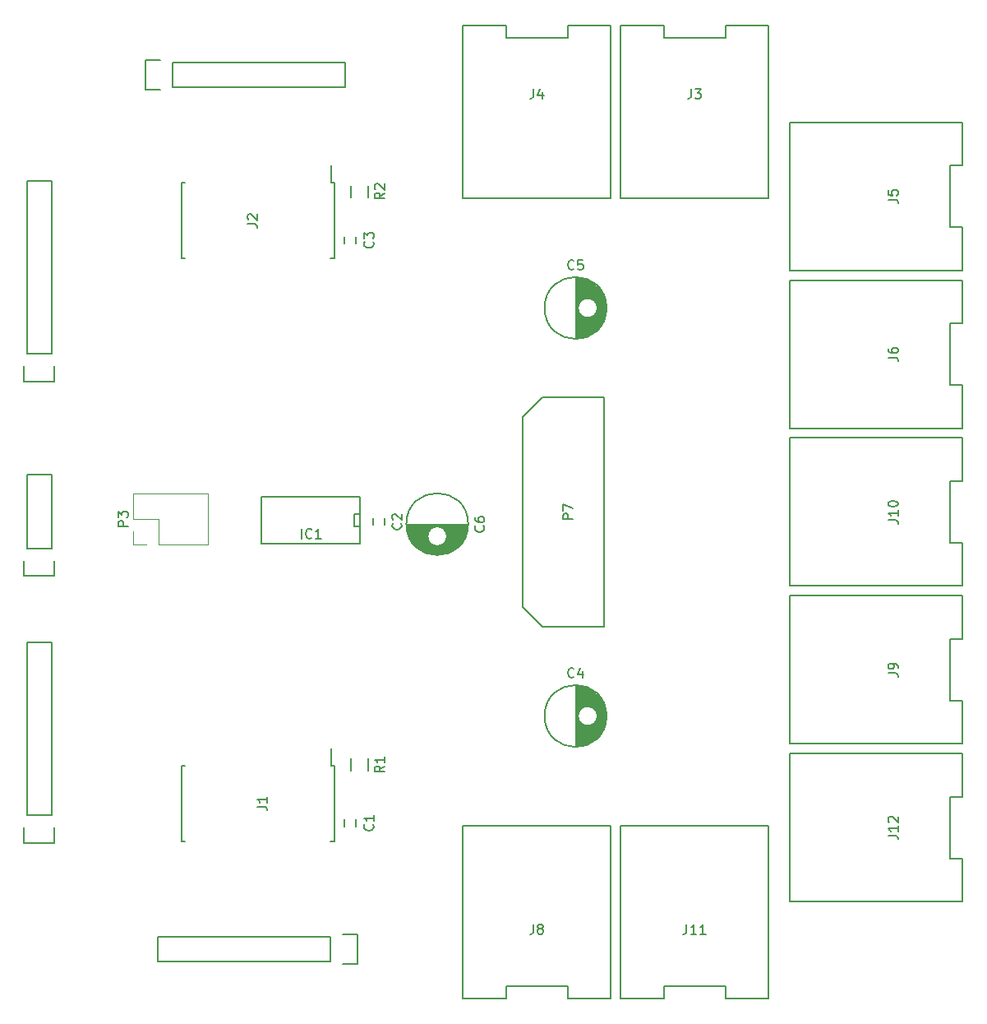
<source format=gto>
G04 #@! TF.FileFunction,Legend,Top*
%FSLAX46Y46*%
G04 Gerber Fmt 4.6, Leading zero omitted, Abs format (unit mm)*
G04 Created by KiCad (PCBNEW 4.0.7-e2-6376~58~ubuntu17.04.1) date Sun Oct 29 20:56:10 2017*
%MOMM*%
%LPD*%
G01*
G04 APERTURE LIST*
%ADD10C,0.100000*%
%ADD11C,0.150000*%
%ADD12C,0.120000*%
G04 APERTURE END LIST*
D10*
D11*
X56400000Y-102350000D02*
X56400000Y-101650000D01*
X57600000Y-101650000D02*
X57600000Y-102350000D01*
X60600000Y-70650000D02*
X60600000Y-71350000D01*
X59400000Y-71350000D02*
X59400000Y-70650000D01*
X56400000Y-42350000D02*
X56400000Y-41650000D01*
X57600000Y-41650000D02*
X57600000Y-42350000D01*
X47920000Y-73286000D02*
X47920000Y-68460000D01*
X47920000Y-68460000D02*
X58080000Y-68460000D01*
X58080000Y-68460000D02*
X58080000Y-73286000D01*
X58080000Y-73286000D02*
X47920000Y-73286000D01*
X58080000Y-71508000D02*
X57445000Y-71508000D01*
X57445000Y-71508000D02*
X57445000Y-70238000D01*
X57445000Y-70238000D02*
X58080000Y-70238000D01*
X55375000Y-96125000D02*
X55100000Y-96125000D01*
X55375000Y-103875000D02*
X55010000Y-103875000D01*
X39625000Y-103875000D02*
X39990000Y-103875000D01*
X39625000Y-96125000D02*
X39990000Y-96125000D01*
X55375000Y-96125000D02*
X55375000Y-103875000D01*
X39625000Y-96125000D02*
X39625000Y-103875000D01*
X55100000Y-96125000D02*
X55100000Y-94300000D01*
X55375000Y-36125000D02*
X55100000Y-36125000D01*
X55375000Y-43875000D02*
X55010000Y-43875000D01*
X39625000Y-43875000D02*
X39990000Y-43875000D01*
X39625000Y-36125000D02*
X39990000Y-36125000D01*
X55375000Y-36125000D02*
X55375000Y-43875000D01*
X39625000Y-36125000D02*
X39625000Y-43875000D01*
X55100000Y-36125000D02*
X55100000Y-34300000D01*
X26270000Y-101230000D02*
X26270000Y-83450000D01*
X26270000Y-83450000D02*
X23730000Y-83450000D01*
X23730000Y-83450000D02*
X23730000Y-101230000D01*
X26550000Y-104050000D02*
X26550000Y-102500000D01*
X26270000Y-101230000D02*
X23730000Y-101230000D01*
X23450000Y-102500000D02*
X23450000Y-104050000D01*
X23450000Y-104050000D02*
X26550000Y-104050000D01*
X54980000Y-113730000D02*
X37200000Y-113730000D01*
X37200000Y-113730000D02*
X37200000Y-116270000D01*
X37200000Y-116270000D02*
X54980000Y-116270000D01*
X57800000Y-113450000D02*
X56250000Y-113450000D01*
X54980000Y-113730000D02*
X54980000Y-116270000D01*
X56250000Y-116550000D02*
X57800000Y-116550000D01*
X57800000Y-116550000D02*
X57800000Y-113450000D01*
X38770000Y-26270000D02*
X56550000Y-26270000D01*
X56550000Y-26270000D02*
X56550000Y-23730000D01*
X56550000Y-23730000D02*
X38770000Y-23730000D01*
X35950000Y-26550000D02*
X37500000Y-26550000D01*
X38770000Y-26270000D02*
X38770000Y-23730000D01*
X37500000Y-23450000D02*
X35950000Y-23450000D01*
X35950000Y-23450000D02*
X35950000Y-26550000D01*
X23730000Y-73730000D02*
X23730000Y-66110000D01*
X26270000Y-73730000D02*
X26270000Y-66110000D01*
X26550000Y-76550000D02*
X26550000Y-75000000D01*
X23730000Y-66110000D02*
X26270000Y-66110000D01*
X26270000Y-73730000D02*
X23730000Y-73730000D01*
X23450000Y-75000000D02*
X23450000Y-76550000D01*
X23450000Y-76550000D02*
X26550000Y-76550000D01*
X26270000Y-53730000D02*
X26270000Y-35950000D01*
X26270000Y-35950000D02*
X23730000Y-35950000D01*
X23730000Y-35950000D02*
X23730000Y-53730000D01*
X26550000Y-56550000D02*
X26550000Y-55000000D01*
X26270000Y-53730000D02*
X23730000Y-53730000D01*
X23450000Y-55000000D02*
X23450000Y-56550000D01*
X23450000Y-56550000D02*
X26550000Y-56550000D01*
X57125000Y-96600000D02*
X57125000Y-95400000D01*
X58875000Y-95400000D02*
X58875000Y-96600000D01*
X57125000Y-37600000D02*
X57125000Y-36400000D01*
X58875000Y-36400000D02*
X58875000Y-37600000D01*
X80325000Y-87851000D02*
X80325000Y-94149000D01*
X80465000Y-87857000D02*
X80465000Y-94143000D01*
X80605000Y-87870000D02*
X80605000Y-90554000D01*
X80605000Y-91446000D02*
X80605000Y-94130000D01*
X80745000Y-87889000D02*
X80745000Y-90344000D01*
X80745000Y-91656000D02*
X80745000Y-94111000D01*
X80885000Y-87915000D02*
X80885000Y-90211000D01*
X80885000Y-91789000D02*
X80885000Y-94085000D01*
X81025000Y-87947000D02*
X81025000Y-90120000D01*
X81025000Y-91880000D02*
X81025000Y-94053000D01*
X81165000Y-87986000D02*
X81165000Y-90058000D01*
X81165000Y-91942000D02*
X81165000Y-94014000D01*
X81305000Y-88032000D02*
X81305000Y-90019000D01*
X81305000Y-91981000D02*
X81305000Y-93968000D01*
X81445000Y-88085000D02*
X81445000Y-90002000D01*
X81445000Y-91998000D02*
X81445000Y-93915000D01*
X81585000Y-88147000D02*
X81585000Y-90004000D01*
X81585000Y-91996000D02*
X81585000Y-93853000D01*
X81725000Y-88217000D02*
X81725000Y-90026000D01*
X81725000Y-91974000D02*
X81725000Y-93783000D01*
X81865000Y-88296000D02*
X81865000Y-90069000D01*
X81865000Y-91931000D02*
X81865000Y-93704000D01*
X82005000Y-88384000D02*
X82005000Y-90137000D01*
X82005000Y-91863000D02*
X82005000Y-93616000D01*
X82145000Y-88484000D02*
X82145000Y-90236000D01*
X82145000Y-91764000D02*
X82145000Y-93516000D01*
X82285000Y-88596000D02*
X82285000Y-90381000D01*
X82285000Y-91619000D02*
X82285000Y-93404000D01*
X82425000Y-88721000D02*
X82425000Y-90620000D01*
X82425000Y-91380000D02*
X82425000Y-93279000D01*
X82565000Y-88864000D02*
X82565000Y-93136000D01*
X82705000Y-89026000D02*
X82705000Y-92974000D01*
X82845000Y-89214000D02*
X82845000Y-92786000D01*
X82985000Y-89437000D02*
X82985000Y-92563000D01*
X83125000Y-89713000D02*
X83125000Y-92287000D01*
X83265000Y-90088000D02*
X83265000Y-91912000D01*
X82500000Y-91000000D02*
G75*
G03X82500000Y-91000000I-1000000J0D01*
G01*
X83437500Y-91000000D02*
G75*
G03X83437500Y-91000000I-3187500J0D01*
G01*
X80325000Y-45851000D02*
X80325000Y-52149000D01*
X80465000Y-45857000D02*
X80465000Y-52143000D01*
X80605000Y-45870000D02*
X80605000Y-48554000D01*
X80605000Y-49446000D02*
X80605000Y-52130000D01*
X80745000Y-45889000D02*
X80745000Y-48344000D01*
X80745000Y-49656000D02*
X80745000Y-52111000D01*
X80885000Y-45915000D02*
X80885000Y-48211000D01*
X80885000Y-49789000D02*
X80885000Y-52085000D01*
X81025000Y-45947000D02*
X81025000Y-48120000D01*
X81025000Y-49880000D02*
X81025000Y-52053000D01*
X81165000Y-45986000D02*
X81165000Y-48058000D01*
X81165000Y-49942000D02*
X81165000Y-52014000D01*
X81305000Y-46032000D02*
X81305000Y-48019000D01*
X81305000Y-49981000D02*
X81305000Y-51968000D01*
X81445000Y-46085000D02*
X81445000Y-48002000D01*
X81445000Y-49998000D02*
X81445000Y-51915000D01*
X81585000Y-46147000D02*
X81585000Y-48004000D01*
X81585000Y-49996000D02*
X81585000Y-51853000D01*
X81725000Y-46217000D02*
X81725000Y-48026000D01*
X81725000Y-49974000D02*
X81725000Y-51783000D01*
X81865000Y-46296000D02*
X81865000Y-48069000D01*
X81865000Y-49931000D02*
X81865000Y-51704000D01*
X82005000Y-46384000D02*
X82005000Y-48137000D01*
X82005000Y-49863000D02*
X82005000Y-51616000D01*
X82145000Y-46484000D02*
X82145000Y-48236000D01*
X82145000Y-49764000D02*
X82145000Y-51516000D01*
X82285000Y-46596000D02*
X82285000Y-48381000D01*
X82285000Y-49619000D02*
X82285000Y-51404000D01*
X82425000Y-46721000D02*
X82425000Y-48620000D01*
X82425000Y-49380000D02*
X82425000Y-51279000D01*
X82565000Y-46864000D02*
X82565000Y-51136000D01*
X82705000Y-47026000D02*
X82705000Y-50974000D01*
X82845000Y-47214000D02*
X82845000Y-50786000D01*
X82985000Y-47437000D02*
X82985000Y-50563000D01*
X83125000Y-47713000D02*
X83125000Y-50287000D01*
X83265000Y-48088000D02*
X83265000Y-49912000D01*
X82500000Y-49000000D02*
G75*
G03X82500000Y-49000000I-1000000J0D01*
G01*
X83437500Y-49000000D02*
G75*
G03X83437500Y-49000000I-3187500J0D01*
G01*
X83200000Y-81800000D02*
X83200000Y-58200000D01*
X83200000Y-58200000D02*
X76800000Y-58200000D01*
X76800000Y-58200000D02*
X74800000Y-60200000D01*
X74800000Y-60200000D02*
X74800000Y-79800000D01*
X74800000Y-79800000D02*
X76800000Y-81800000D01*
X76800000Y-81800000D02*
X83200000Y-81800000D01*
X69149000Y-71325000D02*
X62851000Y-71325000D01*
X69143000Y-71465000D02*
X62857000Y-71465000D01*
X69130000Y-71605000D02*
X66446000Y-71605000D01*
X65554000Y-71605000D02*
X62870000Y-71605000D01*
X69111000Y-71745000D02*
X66656000Y-71745000D01*
X65344000Y-71745000D02*
X62889000Y-71745000D01*
X69085000Y-71885000D02*
X66789000Y-71885000D01*
X65211000Y-71885000D02*
X62915000Y-71885000D01*
X69053000Y-72025000D02*
X66880000Y-72025000D01*
X65120000Y-72025000D02*
X62947000Y-72025000D01*
X69014000Y-72165000D02*
X66942000Y-72165000D01*
X65058000Y-72165000D02*
X62986000Y-72165000D01*
X68968000Y-72305000D02*
X66981000Y-72305000D01*
X65019000Y-72305000D02*
X63032000Y-72305000D01*
X68915000Y-72445000D02*
X66998000Y-72445000D01*
X65002000Y-72445000D02*
X63085000Y-72445000D01*
X68853000Y-72585000D02*
X66996000Y-72585000D01*
X65004000Y-72585000D02*
X63147000Y-72585000D01*
X68783000Y-72725000D02*
X66974000Y-72725000D01*
X65026000Y-72725000D02*
X63217000Y-72725000D01*
X68704000Y-72865000D02*
X66931000Y-72865000D01*
X65069000Y-72865000D02*
X63296000Y-72865000D01*
X68616000Y-73005000D02*
X66863000Y-73005000D01*
X65137000Y-73005000D02*
X63384000Y-73005000D01*
X68516000Y-73145000D02*
X66764000Y-73145000D01*
X65236000Y-73145000D02*
X63484000Y-73145000D01*
X68404000Y-73285000D02*
X66619000Y-73285000D01*
X65381000Y-73285000D02*
X63596000Y-73285000D01*
X68279000Y-73425000D02*
X66380000Y-73425000D01*
X65620000Y-73425000D02*
X63721000Y-73425000D01*
X68136000Y-73565000D02*
X63864000Y-73565000D01*
X67974000Y-73705000D02*
X64026000Y-73705000D01*
X67786000Y-73845000D02*
X64214000Y-73845000D01*
X67563000Y-73985000D02*
X64437000Y-73985000D01*
X67287000Y-74125000D02*
X64713000Y-74125000D01*
X66912000Y-74265000D02*
X65088000Y-74265000D01*
X67000000Y-72500000D02*
G75*
G03X67000000Y-72500000I-1000000J0D01*
G01*
X69187500Y-71250000D02*
G75*
G03X69187500Y-71250000I-3187500J0D01*
G01*
X120120000Y-110120000D02*
X120120000Y-105675000D01*
X120120000Y-99325000D02*
X120120000Y-94880000D01*
X120120000Y-105675000D02*
X118850000Y-105675000D01*
X118850000Y-105675000D02*
X118850000Y-99325000D01*
X118850000Y-99325000D02*
X120120000Y-99325000D01*
X120120000Y-110120000D02*
X102340000Y-110120000D01*
X102340000Y-110120000D02*
X102340000Y-94880000D01*
X102340000Y-94880000D02*
X120120000Y-94880000D01*
X84880000Y-120120000D02*
X89325000Y-120120000D01*
X95675000Y-120120000D02*
X100120000Y-120120000D01*
X89325000Y-120120000D02*
X89325000Y-118850000D01*
X89325000Y-118850000D02*
X95675000Y-118850000D01*
X95675000Y-118850000D02*
X95675000Y-120120000D01*
X84880000Y-120120000D02*
X84880000Y-102340000D01*
X84880000Y-102340000D02*
X100120000Y-102340000D01*
X100120000Y-102340000D02*
X100120000Y-120120000D01*
X120120000Y-77620000D02*
X120120000Y-73175000D01*
X120120000Y-66825000D02*
X120120000Y-62380000D01*
X120120000Y-73175000D02*
X118850000Y-73175000D01*
X118850000Y-73175000D02*
X118850000Y-66825000D01*
X118850000Y-66825000D02*
X120120000Y-66825000D01*
X120120000Y-77620000D02*
X102340000Y-77620000D01*
X102340000Y-77620000D02*
X102340000Y-62380000D01*
X102340000Y-62380000D02*
X120120000Y-62380000D01*
X120120000Y-93870000D02*
X120120000Y-89425000D01*
X120120000Y-83075000D02*
X120120000Y-78630000D01*
X120120000Y-89425000D02*
X118850000Y-89425000D01*
X118850000Y-89425000D02*
X118850000Y-83075000D01*
X118850000Y-83075000D02*
X120120000Y-83075000D01*
X120120000Y-93870000D02*
X102340000Y-93870000D01*
X102340000Y-93870000D02*
X102340000Y-78630000D01*
X102340000Y-78630000D02*
X120120000Y-78630000D01*
X68630000Y-120120000D02*
X73075000Y-120120000D01*
X79425000Y-120120000D02*
X83870000Y-120120000D01*
X73075000Y-120120000D02*
X73075000Y-118850000D01*
X73075000Y-118850000D02*
X79425000Y-118850000D01*
X79425000Y-118850000D02*
X79425000Y-120120000D01*
X68630000Y-120120000D02*
X68630000Y-102340000D01*
X68630000Y-102340000D02*
X83870000Y-102340000D01*
X83870000Y-102340000D02*
X83870000Y-120120000D01*
X120120000Y-61370000D02*
X120120000Y-56925000D01*
X120120000Y-50575000D02*
X120120000Y-46130000D01*
X120120000Y-56925000D02*
X118850000Y-56925000D01*
X118850000Y-56925000D02*
X118850000Y-50575000D01*
X118850000Y-50575000D02*
X120120000Y-50575000D01*
X120120000Y-61370000D02*
X102340000Y-61370000D01*
X102340000Y-61370000D02*
X102340000Y-46130000D01*
X102340000Y-46130000D02*
X120120000Y-46130000D01*
X120120000Y-45120000D02*
X120120000Y-40675000D01*
X120120000Y-34325000D02*
X120120000Y-29880000D01*
X120120000Y-40675000D02*
X118850000Y-40675000D01*
X118850000Y-40675000D02*
X118850000Y-34325000D01*
X118850000Y-34325000D02*
X120120000Y-34325000D01*
X120120000Y-45120000D02*
X102340000Y-45120000D01*
X102340000Y-45120000D02*
X102340000Y-29880000D01*
X102340000Y-29880000D02*
X120120000Y-29880000D01*
X83870000Y-19880000D02*
X79425000Y-19880000D01*
X73075000Y-19880000D02*
X68630000Y-19880000D01*
X79425000Y-19880000D02*
X79425000Y-21150000D01*
X79425000Y-21150000D02*
X73075000Y-21150000D01*
X73075000Y-21150000D02*
X73075000Y-19880000D01*
X83870000Y-19880000D02*
X83870000Y-37660000D01*
X83870000Y-37660000D02*
X68630000Y-37660000D01*
X68630000Y-37660000D02*
X68630000Y-19880000D01*
X100120000Y-19880000D02*
X95675000Y-19880000D01*
X89325000Y-19880000D02*
X84880000Y-19880000D01*
X95675000Y-19880000D02*
X95675000Y-21150000D01*
X95675000Y-21150000D02*
X89325000Y-21150000D01*
X89325000Y-21150000D02*
X89325000Y-19880000D01*
X100120000Y-19880000D02*
X100120000Y-37660000D01*
X100120000Y-37660000D02*
X84880000Y-37660000D01*
X84880000Y-37660000D02*
X84880000Y-19880000D01*
D12*
X42410000Y-73330000D02*
X42410000Y-68130000D01*
X37270000Y-73330000D02*
X42410000Y-73330000D01*
X34670000Y-68130000D02*
X42410000Y-68130000D01*
X37270000Y-73330000D02*
X37270000Y-70730000D01*
X37270000Y-70730000D02*
X34670000Y-70730000D01*
X34670000Y-70730000D02*
X34670000Y-68130000D01*
X36000000Y-73330000D02*
X34670000Y-73330000D01*
X34670000Y-73330000D02*
X34670000Y-72000000D01*
D11*
X59357143Y-102166666D02*
X59404762Y-102214285D01*
X59452381Y-102357142D01*
X59452381Y-102452380D01*
X59404762Y-102595238D01*
X59309524Y-102690476D01*
X59214286Y-102738095D01*
X59023810Y-102785714D01*
X58880952Y-102785714D01*
X58690476Y-102738095D01*
X58595238Y-102690476D01*
X58500000Y-102595238D01*
X58452381Y-102452380D01*
X58452381Y-102357142D01*
X58500000Y-102214285D01*
X58547619Y-102166666D01*
X59452381Y-101214285D02*
X59452381Y-101785714D01*
X59452381Y-101500000D02*
X58452381Y-101500000D01*
X58595238Y-101595238D01*
X58690476Y-101690476D01*
X58738095Y-101785714D01*
X62257143Y-71166666D02*
X62304762Y-71214285D01*
X62352381Y-71357142D01*
X62352381Y-71452380D01*
X62304762Y-71595238D01*
X62209524Y-71690476D01*
X62114286Y-71738095D01*
X61923810Y-71785714D01*
X61780952Y-71785714D01*
X61590476Y-71738095D01*
X61495238Y-71690476D01*
X61400000Y-71595238D01*
X61352381Y-71452380D01*
X61352381Y-71357142D01*
X61400000Y-71214285D01*
X61447619Y-71166666D01*
X61447619Y-70785714D02*
X61400000Y-70738095D01*
X61352381Y-70642857D01*
X61352381Y-70404761D01*
X61400000Y-70309523D01*
X61447619Y-70261904D01*
X61542857Y-70214285D01*
X61638095Y-70214285D01*
X61780952Y-70261904D01*
X62352381Y-70833333D01*
X62352381Y-70214285D01*
X59357143Y-42166666D02*
X59404762Y-42214285D01*
X59452381Y-42357142D01*
X59452381Y-42452380D01*
X59404762Y-42595238D01*
X59309524Y-42690476D01*
X59214286Y-42738095D01*
X59023810Y-42785714D01*
X58880952Y-42785714D01*
X58690476Y-42738095D01*
X58595238Y-42690476D01*
X58500000Y-42595238D01*
X58452381Y-42452380D01*
X58452381Y-42357142D01*
X58500000Y-42214285D01*
X58547619Y-42166666D01*
X58452381Y-41833333D02*
X58452381Y-41214285D01*
X58833333Y-41547619D01*
X58833333Y-41404761D01*
X58880952Y-41309523D01*
X58928571Y-41261904D01*
X59023810Y-41214285D01*
X59261905Y-41214285D01*
X59357143Y-41261904D01*
X59404762Y-41309523D01*
X59452381Y-41404761D01*
X59452381Y-41690476D01*
X59404762Y-41785714D01*
X59357143Y-41833333D01*
X52023810Y-72722381D02*
X52023810Y-71722381D01*
X53071429Y-72627143D02*
X53023810Y-72674762D01*
X52880953Y-72722381D01*
X52785715Y-72722381D01*
X52642857Y-72674762D01*
X52547619Y-72579524D01*
X52500000Y-72484286D01*
X52452381Y-72293810D01*
X52452381Y-72150952D01*
X52500000Y-71960476D01*
X52547619Y-71865238D01*
X52642857Y-71770000D01*
X52785715Y-71722381D01*
X52880953Y-71722381D01*
X53023810Y-71770000D01*
X53071429Y-71817619D01*
X54023810Y-72722381D02*
X53452381Y-72722381D01*
X53738095Y-72722381D02*
X53738095Y-71722381D01*
X53642857Y-71865238D01*
X53547619Y-71960476D01*
X53452381Y-72008095D01*
X47452381Y-100333333D02*
X48166667Y-100333333D01*
X48309524Y-100380953D01*
X48404762Y-100476191D01*
X48452381Y-100619048D01*
X48452381Y-100714286D01*
X48452381Y-99333333D02*
X48452381Y-99904762D01*
X48452381Y-99619048D02*
X47452381Y-99619048D01*
X47595238Y-99714286D01*
X47690476Y-99809524D01*
X47738095Y-99904762D01*
X46452381Y-40333333D02*
X47166667Y-40333333D01*
X47309524Y-40380953D01*
X47404762Y-40476191D01*
X47452381Y-40619048D01*
X47452381Y-40714286D01*
X46547619Y-39904762D02*
X46500000Y-39857143D01*
X46452381Y-39761905D01*
X46452381Y-39523809D01*
X46500000Y-39428571D01*
X46547619Y-39380952D01*
X46642857Y-39333333D01*
X46738095Y-39333333D01*
X46880952Y-39380952D01*
X47452381Y-39952381D01*
X47452381Y-39333333D01*
X60552381Y-96166666D02*
X60076190Y-96500000D01*
X60552381Y-96738095D02*
X59552381Y-96738095D01*
X59552381Y-96357142D01*
X59600000Y-96261904D01*
X59647619Y-96214285D01*
X59742857Y-96166666D01*
X59885714Y-96166666D01*
X59980952Y-96214285D01*
X60028571Y-96261904D01*
X60076190Y-96357142D01*
X60076190Y-96738095D01*
X60552381Y-95214285D02*
X60552381Y-95785714D01*
X60552381Y-95500000D02*
X59552381Y-95500000D01*
X59695238Y-95595238D01*
X59790476Y-95690476D01*
X59838095Y-95785714D01*
X60552381Y-37166666D02*
X60076190Y-37500000D01*
X60552381Y-37738095D02*
X59552381Y-37738095D01*
X59552381Y-37357142D01*
X59600000Y-37261904D01*
X59647619Y-37214285D01*
X59742857Y-37166666D01*
X59885714Y-37166666D01*
X59980952Y-37214285D01*
X60028571Y-37261904D01*
X60076190Y-37357142D01*
X60076190Y-37738095D01*
X59647619Y-36785714D02*
X59600000Y-36738095D01*
X59552381Y-36642857D01*
X59552381Y-36404761D01*
X59600000Y-36309523D01*
X59647619Y-36261904D01*
X59742857Y-36214285D01*
X59838095Y-36214285D01*
X59980952Y-36261904D01*
X60552381Y-36833333D01*
X60552381Y-36214285D01*
X80083334Y-86957143D02*
X80035715Y-87004762D01*
X79892858Y-87052381D01*
X79797620Y-87052381D01*
X79654762Y-87004762D01*
X79559524Y-86909524D01*
X79511905Y-86814286D01*
X79464286Y-86623810D01*
X79464286Y-86480952D01*
X79511905Y-86290476D01*
X79559524Y-86195238D01*
X79654762Y-86100000D01*
X79797620Y-86052381D01*
X79892858Y-86052381D01*
X80035715Y-86100000D01*
X80083334Y-86147619D01*
X80940477Y-86385714D02*
X80940477Y-87052381D01*
X80702381Y-86004762D02*
X80464286Y-86719048D01*
X81083334Y-86719048D01*
X80083334Y-44957143D02*
X80035715Y-45004762D01*
X79892858Y-45052381D01*
X79797620Y-45052381D01*
X79654762Y-45004762D01*
X79559524Y-44909524D01*
X79511905Y-44814286D01*
X79464286Y-44623810D01*
X79464286Y-44480952D01*
X79511905Y-44290476D01*
X79559524Y-44195238D01*
X79654762Y-44100000D01*
X79797620Y-44052381D01*
X79892858Y-44052381D01*
X80035715Y-44100000D01*
X80083334Y-44147619D01*
X80988096Y-44052381D02*
X80511905Y-44052381D01*
X80464286Y-44528571D01*
X80511905Y-44480952D01*
X80607143Y-44433333D01*
X80845239Y-44433333D01*
X80940477Y-44480952D01*
X80988096Y-44528571D01*
X81035715Y-44623810D01*
X81035715Y-44861905D01*
X80988096Y-44957143D01*
X80940477Y-45004762D01*
X80845239Y-45052381D01*
X80607143Y-45052381D01*
X80511905Y-45004762D01*
X80464286Y-44957143D01*
X79952381Y-70738095D02*
X78952381Y-70738095D01*
X78952381Y-70357142D01*
X79000000Y-70261904D01*
X79047619Y-70214285D01*
X79142857Y-70166666D01*
X79285714Y-70166666D01*
X79380952Y-70214285D01*
X79428571Y-70261904D01*
X79476190Y-70357142D01*
X79476190Y-70738095D01*
X78952381Y-69833333D02*
X78952381Y-69166666D01*
X79952381Y-69595238D01*
X70757143Y-71416666D02*
X70804762Y-71464285D01*
X70852381Y-71607142D01*
X70852381Y-71702380D01*
X70804762Y-71845238D01*
X70709524Y-71940476D01*
X70614286Y-71988095D01*
X70423810Y-72035714D01*
X70280952Y-72035714D01*
X70090476Y-71988095D01*
X69995238Y-71940476D01*
X69900000Y-71845238D01*
X69852381Y-71702380D01*
X69852381Y-71607142D01*
X69900000Y-71464285D01*
X69947619Y-71416666D01*
X69852381Y-70559523D02*
X69852381Y-70750000D01*
X69900000Y-70845238D01*
X69947619Y-70892857D01*
X70090476Y-70988095D01*
X70280952Y-71035714D01*
X70661905Y-71035714D01*
X70757143Y-70988095D01*
X70804762Y-70940476D01*
X70852381Y-70845238D01*
X70852381Y-70654761D01*
X70804762Y-70559523D01*
X70757143Y-70511904D01*
X70661905Y-70464285D01*
X70423810Y-70464285D01*
X70328571Y-70511904D01*
X70280952Y-70559523D01*
X70233333Y-70654761D01*
X70233333Y-70845238D01*
X70280952Y-70940476D01*
X70328571Y-70988095D01*
X70423810Y-71035714D01*
X112452381Y-103309523D02*
X113166667Y-103309523D01*
X113309524Y-103357143D01*
X113404762Y-103452381D01*
X113452381Y-103595238D01*
X113452381Y-103690476D01*
X113452381Y-102309523D02*
X113452381Y-102880952D01*
X113452381Y-102595238D02*
X112452381Y-102595238D01*
X112595238Y-102690476D01*
X112690476Y-102785714D01*
X112738095Y-102880952D01*
X112547619Y-101928571D02*
X112500000Y-101880952D01*
X112452381Y-101785714D01*
X112452381Y-101547618D01*
X112500000Y-101452380D01*
X112547619Y-101404761D01*
X112642857Y-101357142D01*
X112738095Y-101357142D01*
X112880952Y-101404761D01*
X113452381Y-101976190D01*
X113452381Y-101357142D01*
X91690477Y-112452381D02*
X91690477Y-113166667D01*
X91642857Y-113309524D01*
X91547619Y-113404762D01*
X91404762Y-113452381D01*
X91309524Y-113452381D01*
X92690477Y-113452381D02*
X92119048Y-113452381D01*
X92404762Y-113452381D02*
X92404762Y-112452381D01*
X92309524Y-112595238D01*
X92214286Y-112690476D01*
X92119048Y-112738095D01*
X93642858Y-113452381D02*
X93071429Y-113452381D01*
X93357143Y-113452381D02*
X93357143Y-112452381D01*
X93261905Y-112595238D01*
X93166667Y-112690476D01*
X93071429Y-112738095D01*
X112452381Y-70809523D02*
X113166667Y-70809523D01*
X113309524Y-70857143D01*
X113404762Y-70952381D01*
X113452381Y-71095238D01*
X113452381Y-71190476D01*
X113452381Y-69809523D02*
X113452381Y-70380952D01*
X113452381Y-70095238D02*
X112452381Y-70095238D01*
X112595238Y-70190476D01*
X112690476Y-70285714D01*
X112738095Y-70380952D01*
X112452381Y-69190476D02*
X112452381Y-69095237D01*
X112500000Y-68999999D01*
X112547619Y-68952380D01*
X112642857Y-68904761D01*
X112833333Y-68857142D01*
X113071429Y-68857142D01*
X113261905Y-68904761D01*
X113357143Y-68952380D01*
X113404762Y-68999999D01*
X113452381Y-69095237D01*
X113452381Y-69190476D01*
X113404762Y-69285714D01*
X113357143Y-69333333D01*
X113261905Y-69380952D01*
X113071429Y-69428571D01*
X112833333Y-69428571D01*
X112642857Y-69380952D01*
X112547619Y-69333333D01*
X112500000Y-69285714D01*
X112452381Y-69190476D01*
X112452381Y-86583333D02*
X113166667Y-86583333D01*
X113309524Y-86630953D01*
X113404762Y-86726191D01*
X113452381Y-86869048D01*
X113452381Y-86964286D01*
X113452381Y-86059524D02*
X113452381Y-85869048D01*
X113404762Y-85773809D01*
X113357143Y-85726190D01*
X113214286Y-85630952D01*
X113023810Y-85583333D01*
X112642857Y-85583333D01*
X112547619Y-85630952D01*
X112500000Y-85678571D01*
X112452381Y-85773809D01*
X112452381Y-85964286D01*
X112500000Y-86059524D01*
X112547619Y-86107143D01*
X112642857Y-86154762D01*
X112880952Y-86154762D01*
X112976190Y-86107143D01*
X113023810Y-86059524D01*
X113071429Y-85964286D01*
X113071429Y-85773809D01*
X113023810Y-85678571D01*
X112976190Y-85630952D01*
X112880952Y-85583333D01*
X75916667Y-112452381D02*
X75916667Y-113166667D01*
X75869047Y-113309524D01*
X75773809Y-113404762D01*
X75630952Y-113452381D01*
X75535714Y-113452381D01*
X76535714Y-112880952D02*
X76440476Y-112833333D01*
X76392857Y-112785714D01*
X76345238Y-112690476D01*
X76345238Y-112642857D01*
X76392857Y-112547619D01*
X76440476Y-112500000D01*
X76535714Y-112452381D01*
X76726191Y-112452381D01*
X76821429Y-112500000D01*
X76869048Y-112547619D01*
X76916667Y-112642857D01*
X76916667Y-112690476D01*
X76869048Y-112785714D01*
X76821429Y-112833333D01*
X76726191Y-112880952D01*
X76535714Y-112880952D01*
X76440476Y-112928571D01*
X76392857Y-112976190D01*
X76345238Y-113071429D01*
X76345238Y-113261905D01*
X76392857Y-113357143D01*
X76440476Y-113404762D01*
X76535714Y-113452381D01*
X76726191Y-113452381D01*
X76821429Y-113404762D01*
X76869048Y-113357143D01*
X76916667Y-113261905D01*
X76916667Y-113071429D01*
X76869048Y-112976190D01*
X76821429Y-112928571D01*
X76726191Y-112880952D01*
X112452381Y-54083333D02*
X113166667Y-54083333D01*
X113309524Y-54130953D01*
X113404762Y-54226191D01*
X113452381Y-54369048D01*
X113452381Y-54464286D01*
X112452381Y-53178571D02*
X112452381Y-53369048D01*
X112500000Y-53464286D01*
X112547619Y-53511905D01*
X112690476Y-53607143D01*
X112880952Y-53654762D01*
X113261905Y-53654762D01*
X113357143Y-53607143D01*
X113404762Y-53559524D01*
X113452381Y-53464286D01*
X113452381Y-53273809D01*
X113404762Y-53178571D01*
X113357143Y-53130952D01*
X113261905Y-53083333D01*
X113023810Y-53083333D01*
X112928571Y-53130952D01*
X112880952Y-53178571D01*
X112833333Y-53273809D01*
X112833333Y-53464286D01*
X112880952Y-53559524D01*
X112928571Y-53607143D01*
X113023810Y-53654762D01*
X112452381Y-37833333D02*
X113166667Y-37833333D01*
X113309524Y-37880953D01*
X113404762Y-37976191D01*
X113452381Y-38119048D01*
X113452381Y-38214286D01*
X112452381Y-36880952D02*
X112452381Y-37357143D01*
X112928571Y-37404762D01*
X112880952Y-37357143D01*
X112833333Y-37261905D01*
X112833333Y-37023809D01*
X112880952Y-36928571D01*
X112928571Y-36880952D01*
X113023810Y-36833333D01*
X113261905Y-36833333D01*
X113357143Y-36880952D01*
X113404762Y-36928571D01*
X113452381Y-37023809D01*
X113452381Y-37261905D01*
X113404762Y-37357143D01*
X113357143Y-37404762D01*
X75916667Y-26452381D02*
X75916667Y-27166667D01*
X75869047Y-27309524D01*
X75773809Y-27404762D01*
X75630952Y-27452381D01*
X75535714Y-27452381D01*
X76821429Y-26785714D02*
X76821429Y-27452381D01*
X76583333Y-26404762D02*
X76345238Y-27119048D01*
X76964286Y-27119048D01*
X92166667Y-26452381D02*
X92166667Y-27166667D01*
X92119047Y-27309524D01*
X92023809Y-27404762D01*
X91880952Y-27452381D01*
X91785714Y-27452381D01*
X92547619Y-26452381D02*
X93166667Y-26452381D01*
X92833333Y-26833333D01*
X92976191Y-26833333D01*
X93071429Y-26880952D01*
X93119048Y-26928571D01*
X93166667Y-27023810D01*
X93166667Y-27261905D01*
X93119048Y-27357143D01*
X93071429Y-27404762D01*
X92976191Y-27452381D01*
X92690476Y-27452381D01*
X92595238Y-27404762D01*
X92547619Y-27357143D01*
X34122381Y-71468095D02*
X33122381Y-71468095D01*
X33122381Y-71087142D01*
X33170000Y-70991904D01*
X33217619Y-70944285D01*
X33312857Y-70896666D01*
X33455714Y-70896666D01*
X33550952Y-70944285D01*
X33598571Y-70991904D01*
X33646190Y-71087142D01*
X33646190Y-71468095D01*
X33122381Y-70563333D02*
X33122381Y-69944285D01*
X33503333Y-70277619D01*
X33503333Y-70134761D01*
X33550952Y-70039523D01*
X33598571Y-69991904D01*
X33693810Y-69944285D01*
X33931905Y-69944285D01*
X34027143Y-69991904D01*
X34074762Y-70039523D01*
X34122381Y-70134761D01*
X34122381Y-70420476D01*
X34074762Y-70515714D01*
X34027143Y-70563333D01*
M02*

</source>
